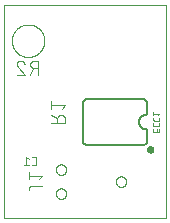
<source format=gbo>
G04 EAGLE Gerber RS-274X export*
G75*
%MOMM*%
%FSLAX34Y34*%
%LPD*%
%INBottom silk*%
%IPPOS*%
%AMOC8*
5,1,8,0,0,1.08239X$1,22.5*%
G01*
%ADD10C,0.000000*%
%ADD11C,0.076200*%
%ADD12C,0.203200*%
%ADD13C,0.101600*%

G36*
X140090Y69600D02*
X140090Y69600D01*
X140092Y69602D01*
X140093Y69601D01*
X140764Y69836D01*
X140765Y69837D01*
X140766Y69837D01*
X141368Y70215D01*
X141369Y70217D01*
X141371Y70217D01*
X141873Y70719D01*
X141873Y70721D01*
X141875Y70722D01*
X142253Y71324D01*
X142253Y71325D01*
X142254Y71326D01*
X142489Y71997D01*
X142489Y71999D01*
X142490Y72000D01*
X142524Y72300D01*
X142524Y72301D01*
X142525Y72312D01*
X142561Y72635D01*
X142563Y72647D01*
X142569Y72706D01*
X142569Y72707D01*
X142568Y72708D01*
X142569Y72709D01*
X142490Y73415D01*
X142488Y73417D01*
X142489Y73418D01*
X142254Y74089D01*
X142253Y74090D01*
X142253Y74091D01*
X141875Y74693D01*
X141873Y74694D01*
X141873Y74696D01*
X141371Y75198D01*
X141369Y75198D01*
X141368Y75200D01*
X140766Y75578D01*
X140765Y75578D01*
X140764Y75579D01*
X140093Y75814D01*
X140091Y75814D01*
X140090Y75815D01*
X139384Y75894D01*
X139382Y75893D01*
X139381Y75894D01*
X138675Y75815D01*
X138673Y75813D01*
X138672Y75814D01*
X138001Y75579D01*
X138000Y75578D01*
X137999Y75578D01*
X137397Y75200D01*
X137396Y75198D01*
X137394Y75198D01*
X136892Y74696D01*
X136892Y74694D01*
X136890Y74693D01*
X136512Y74091D01*
X136512Y74090D01*
X136511Y74089D01*
X136276Y73418D01*
X136277Y73416D01*
X136275Y73415D01*
X136262Y73294D01*
X136260Y73282D01*
X136224Y72960D01*
X136223Y72948D01*
X136196Y72709D01*
X136197Y72707D01*
X136196Y72706D01*
X136275Y72000D01*
X136277Y71998D01*
X136276Y71997D01*
X136511Y71326D01*
X136512Y71325D01*
X136512Y71324D01*
X136890Y70722D01*
X136892Y70721D01*
X136892Y70719D01*
X137394Y70217D01*
X137396Y70217D01*
X137397Y70215D01*
X137999Y69837D01*
X138000Y69837D01*
X138001Y69836D01*
X138672Y69601D01*
X138674Y69602D01*
X138675Y69600D01*
X139381Y69521D01*
X139383Y69522D01*
X139384Y69521D01*
X140090Y69600D01*
G37*
D10*
X15240Y15240D02*
X152400Y15240D01*
X152400Y195580D01*
X15240Y195580D01*
X15240Y15240D01*
X21850Y165000D02*
X21854Y165337D01*
X21867Y165675D01*
X21887Y166012D01*
X21916Y166348D01*
X21953Y166683D01*
X21999Y167018D01*
X22052Y167351D01*
X22114Y167682D01*
X22184Y168013D01*
X22262Y168341D01*
X22348Y168667D01*
X22442Y168991D01*
X22544Y169313D01*
X22654Y169632D01*
X22771Y169949D01*
X22897Y170262D01*
X23030Y170572D01*
X23170Y170879D01*
X23318Y171182D01*
X23474Y171482D01*
X23636Y171777D01*
X23806Y172069D01*
X23983Y172356D01*
X24167Y172639D01*
X24358Y172917D01*
X24556Y173191D01*
X24760Y173459D01*
X24971Y173723D01*
X25188Y173981D01*
X25412Y174234D01*
X25642Y174481D01*
X25877Y174723D01*
X26119Y174958D01*
X26366Y175188D01*
X26619Y175412D01*
X26877Y175629D01*
X27141Y175840D01*
X27409Y176044D01*
X27683Y176242D01*
X27961Y176433D01*
X28244Y176617D01*
X28531Y176794D01*
X28823Y176964D01*
X29118Y177126D01*
X29418Y177282D01*
X29721Y177430D01*
X30028Y177570D01*
X30338Y177703D01*
X30651Y177829D01*
X30968Y177946D01*
X31287Y178056D01*
X31609Y178158D01*
X31933Y178252D01*
X32259Y178338D01*
X32587Y178416D01*
X32918Y178486D01*
X33249Y178548D01*
X33582Y178601D01*
X33917Y178647D01*
X34252Y178684D01*
X34588Y178713D01*
X34925Y178733D01*
X35263Y178746D01*
X35600Y178750D01*
X35937Y178746D01*
X36275Y178733D01*
X36612Y178713D01*
X36948Y178684D01*
X37283Y178647D01*
X37618Y178601D01*
X37951Y178548D01*
X38282Y178486D01*
X38613Y178416D01*
X38941Y178338D01*
X39267Y178252D01*
X39591Y178158D01*
X39913Y178056D01*
X40232Y177946D01*
X40549Y177829D01*
X40862Y177703D01*
X41172Y177570D01*
X41479Y177430D01*
X41782Y177282D01*
X42082Y177126D01*
X42377Y176964D01*
X42669Y176794D01*
X42956Y176617D01*
X43239Y176433D01*
X43517Y176242D01*
X43791Y176044D01*
X44059Y175840D01*
X44323Y175629D01*
X44581Y175412D01*
X44834Y175188D01*
X45081Y174958D01*
X45323Y174723D01*
X45558Y174481D01*
X45788Y174234D01*
X46012Y173981D01*
X46229Y173723D01*
X46440Y173459D01*
X46644Y173191D01*
X46842Y172917D01*
X47033Y172639D01*
X47217Y172356D01*
X47394Y172069D01*
X47564Y171777D01*
X47726Y171482D01*
X47882Y171182D01*
X48030Y170879D01*
X48170Y170572D01*
X48303Y170262D01*
X48429Y169949D01*
X48546Y169632D01*
X48656Y169313D01*
X48758Y168991D01*
X48852Y168667D01*
X48938Y168341D01*
X49016Y168013D01*
X49086Y167682D01*
X49148Y167351D01*
X49201Y167018D01*
X49247Y166683D01*
X49284Y166348D01*
X49313Y166012D01*
X49333Y165675D01*
X49346Y165337D01*
X49350Y165000D01*
X49346Y164663D01*
X49333Y164325D01*
X49313Y163988D01*
X49284Y163652D01*
X49247Y163317D01*
X49201Y162982D01*
X49148Y162649D01*
X49086Y162318D01*
X49016Y161987D01*
X48938Y161659D01*
X48852Y161333D01*
X48758Y161009D01*
X48656Y160687D01*
X48546Y160368D01*
X48429Y160051D01*
X48303Y159738D01*
X48170Y159428D01*
X48030Y159121D01*
X47882Y158818D01*
X47726Y158518D01*
X47564Y158223D01*
X47394Y157931D01*
X47217Y157644D01*
X47033Y157361D01*
X46842Y157083D01*
X46644Y156809D01*
X46440Y156541D01*
X46229Y156277D01*
X46012Y156019D01*
X45788Y155766D01*
X45558Y155519D01*
X45323Y155277D01*
X45081Y155042D01*
X44834Y154812D01*
X44581Y154588D01*
X44323Y154371D01*
X44059Y154160D01*
X43791Y153956D01*
X43517Y153758D01*
X43239Y153567D01*
X42956Y153383D01*
X42669Y153206D01*
X42377Y153036D01*
X42082Y152874D01*
X41782Y152718D01*
X41479Y152570D01*
X41172Y152430D01*
X40862Y152297D01*
X40549Y152171D01*
X40232Y152054D01*
X39913Y151944D01*
X39591Y151842D01*
X39267Y151748D01*
X38941Y151662D01*
X38613Y151584D01*
X38282Y151514D01*
X37951Y151452D01*
X37618Y151399D01*
X37283Y151353D01*
X36948Y151316D01*
X36612Y151287D01*
X36275Y151267D01*
X35937Y151254D01*
X35600Y151250D01*
X35263Y151254D01*
X34925Y151267D01*
X34588Y151287D01*
X34252Y151316D01*
X33917Y151353D01*
X33582Y151399D01*
X33249Y151452D01*
X32918Y151514D01*
X32587Y151584D01*
X32259Y151662D01*
X31933Y151748D01*
X31609Y151842D01*
X31287Y151944D01*
X30968Y152054D01*
X30651Y152171D01*
X30338Y152297D01*
X30028Y152430D01*
X29721Y152570D01*
X29418Y152718D01*
X29118Y152874D01*
X28823Y153036D01*
X28531Y153206D01*
X28244Y153383D01*
X27961Y153567D01*
X27683Y153758D01*
X27409Y153956D01*
X27141Y154160D01*
X26877Y154371D01*
X26619Y154588D01*
X26366Y154812D01*
X26119Y155042D01*
X25877Y155277D01*
X25642Y155519D01*
X25412Y155766D01*
X25188Y156019D01*
X24971Y156277D01*
X24760Y156541D01*
X24556Y156809D01*
X24358Y157083D01*
X24167Y157361D01*
X23983Y157644D01*
X23806Y157931D01*
X23636Y158223D01*
X23474Y158518D01*
X23318Y158818D01*
X23170Y159121D01*
X23030Y159428D01*
X22897Y159738D01*
X22771Y160051D01*
X22654Y160368D01*
X22544Y160687D01*
X22442Y161009D01*
X22348Y161333D01*
X22262Y161659D01*
X22184Y161987D01*
X22114Y162318D01*
X22052Y162649D01*
X21999Y162982D01*
X21953Y163317D01*
X21916Y163652D01*
X21887Y163988D01*
X21867Y164325D01*
X21854Y164663D01*
X21850Y165000D01*
D11*
X39069Y59563D02*
X40705Y59563D01*
X40783Y59565D01*
X40861Y59570D01*
X40938Y59580D01*
X41015Y59593D01*
X41091Y59609D01*
X41166Y59629D01*
X41240Y59653D01*
X41313Y59680D01*
X41385Y59711D01*
X41455Y59745D01*
X41524Y59782D01*
X41590Y59823D01*
X41655Y59867D01*
X41717Y59913D01*
X41777Y59963D01*
X41835Y60015D01*
X41890Y60070D01*
X41942Y60128D01*
X41992Y60188D01*
X42038Y60250D01*
X42082Y60315D01*
X42123Y60382D01*
X42160Y60450D01*
X42194Y60520D01*
X42225Y60592D01*
X42252Y60665D01*
X42276Y60739D01*
X42296Y60814D01*
X42312Y60890D01*
X42325Y60967D01*
X42335Y61044D01*
X42340Y61122D01*
X42342Y61200D01*
X42342Y65292D01*
X42340Y65370D01*
X42335Y65448D01*
X42325Y65525D01*
X42312Y65602D01*
X42296Y65678D01*
X42276Y65753D01*
X42252Y65827D01*
X42225Y65900D01*
X42194Y65972D01*
X42160Y66042D01*
X42123Y66111D01*
X42082Y66177D01*
X42038Y66242D01*
X41992Y66304D01*
X41942Y66364D01*
X41890Y66422D01*
X41835Y66477D01*
X41777Y66529D01*
X41717Y66579D01*
X41655Y66625D01*
X41590Y66669D01*
X41524Y66710D01*
X41455Y66747D01*
X41385Y66781D01*
X41313Y66812D01*
X41240Y66839D01*
X41166Y66863D01*
X41091Y66883D01*
X41015Y66899D01*
X40938Y66912D01*
X40861Y66922D01*
X40783Y66927D01*
X40705Y66929D01*
X39069Y66929D01*
X36223Y65292D02*
X34177Y66929D01*
X34177Y59563D01*
X36223Y59563D02*
X32131Y59563D01*
D12*
X85852Y115983D02*
X132588Y115983D01*
X82042Y80867D02*
X82026Y80754D01*
X82015Y80640D01*
X82008Y80526D01*
X82004Y80412D01*
X82005Y80297D01*
X82009Y80183D01*
X82017Y80069D01*
X82029Y79955D01*
X82045Y79842D01*
X82065Y79730D01*
X82089Y79618D01*
X82116Y79507D01*
X82148Y79397D01*
X82183Y79288D01*
X82221Y79180D01*
X82264Y79074D01*
X82310Y78970D01*
X82359Y78866D01*
X82412Y78765D01*
X82468Y78666D01*
X82528Y78568D01*
X82591Y78473D01*
X82658Y78380D01*
X82727Y78289D01*
X82799Y78201D01*
X82875Y78115D01*
X82953Y78031D01*
X83034Y77951D01*
X83118Y77873D01*
X83205Y77798D01*
X83294Y77727D01*
X83385Y77658D01*
X83479Y77592D01*
X83574Y77530D01*
X83672Y77471D01*
X83772Y77415D01*
X83874Y77363D01*
X83977Y77314D01*
X84082Y77269D01*
X84189Y77228D01*
X84297Y77190D01*
X84406Y77155D01*
X84516Y77125D01*
X84627Y77098D01*
X84739Y77076D01*
X84852Y77057D01*
X132588Y115983D02*
X132718Y115966D01*
X132847Y115945D01*
X132976Y115920D01*
X133104Y115892D01*
X133231Y115859D01*
X133357Y115823D01*
X133482Y115782D01*
X133605Y115738D01*
X133727Y115691D01*
X133848Y115639D01*
X133967Y115585D01*
X134084Y115526D01*
X134199Y115464D01*
X134313Y115399D01*
X134425Y115330D01*
X134534Y115257D01*
X134641Y115182D01*
X134746Y115103D01*
X134848Y115021D01*
X134948Y114936D01*
X135045Y114849D01*
X135140Y114758D01*
X135232Y114664D01*
X135321Y114568D01*
X135407Y114469D01*
X135489Y114368D01*
X135569Y114264D01*
X135646Y114157D01*
X135719Y114049D01*
X135789Y113938D01*
X135856Y113825D01*
X135919Y113710D01*
X135979Y113594D01*
X136035Y113475D01*
X136088Y113355D01*
X136137Y113234D01*
X136182Y113111D01*
X136224Y112986D01*
X136262Y112861D01*
X136295Y112734D01*
X136326Y112607D01*
X136352Y112478D01*
X136374Y112349D01*
X136393Y112219D01*
X136407Y112089D01*
X136418Y111958D01*
X136424Y111827D01*
X136427Y111696D01*
X136426Y111565D01*
X136420Y111434D01*
X136411Y111304D01*
X136398Y111173D01*
X85852Y115983D02*
X85730Y115981D01*
X85608Y115975D01*
X85486Y115965D01*
X85365Y115952D01*
X85244Y115934D01*
X85124Y115913D01*
X85004Y115888D01*
X84885Y115859D01*
X84768Y115826D01*
X84651Y115789D01*
X84536Y115749D01*
X84422Y115705D01*
X84310Y115657D01*
X84199Y115606D01*
X84090Y115551D01*
X83982Y115493D01*
X83877Y115431D01*
X83773Y115366D01*
X83672Y115298D01*
X83573Y115227D01*
X83476Y115152D01*
X83382Y115074D01*
X83290Y114994D01*
X83201Y114910D01*
X83115Y114824D01*
X83031Y114735D01*
X82951Y114643D01*
X82873Y114549D01*
X82798Y114452D01*
X82727Y114353D01*
X82659Y114252D01*
X82594Y114148D01*
X82532Y114043D01*
X82474Y113935D01*
X82419Y113826D01*
X82368Y113715D01*
X82320Y113603D01*
X82276Y113489D01*
X82236Y113374D01*
X82199Y113257D01*
X82166Y113140D01*
X82137Y113021D01*
X82112Y112901D01*
X82091Y112781D01*
X82073Y112660D01*
X82060Y112539D01*
X82050Y112417D01*
X82044Y112295D01*
X82042Y112173D01*
X132587Y77057D02*
X132701Y77042D01*
X132815Y77030D01*
X132929Y77023D01*
X133043Y77019D01*
X133157Y77020D01*
X133272Y77024D01*
X133386Y77032D01*
X133499Y77044D01*
X133612Y77060D01*
X133725Y77080D01*
X133837Y77104D01*
X133948Y77131D01*
X134058Y77162D01*
X134167Y77197D01*
X134274Y77236D01*
X134381Y77278D01*
X134485Y77324D01*
X134588Y77374D01*
X134690Y77427D01*
X134789Y77483D01*
X134887Y77543D01*
X134982Y77606D01*
X135075Y77672D01*
X135166Y77742D01*
X135254Y77814D01*
X135340Y77890D01*
X135423Y77968D01*
X135504Y78049D01*
X135582Y78133D01*
X135656Y78219D01*
X135728Y78308D01*
X135797Y78400D01*
X135863Y78493D01*
X135925Y78589D01*
X135984Y78687D01*
X136040Y78787D01*
X136092Y78889D01*
X136140Y78992D01*
X136186Y79097D01*
X136227Y79204D01*
X136265Y79312D01*
X136299Y79421D01*
X136329Y79531D01*
X136356Y79642D01*
X136379Y79754D01*
X136398Y79867D01*
X132588Y77057D02*
X84852Y77057D01*
X82042Y80867D02*
X82042Y112173D01*
X135890Y102616D02*
X135732Y102614D01*
X135573Y102608D01*
X135415Y102598D01*
X135258Y102584D01*
X135100Y102567D01*
X134944Y102545D01*
X134787Y102520D01*
X134632Y102490D01*
X134477Y102457D01*
X134323Y102420D01*
X134170Y102379D01*
X134018Y102334D01*
X133868Y102285D01*
X133718Y102233D01*
X133570Y102177D01*
X133423Y102117D01*
X133278Y102054D01*
X133135Y101987D01*
X132993Y101917D01*
X132853Y101843D01*
X132715Y101765D01*
X132579Y101684D01*
X132445Y101600D01*
X132313Y101513D01*
X132183Y101422D01*
X132056Y101328D01*
X131931Y101231D01*
X131808Y101130D01*
X131688Y101027D01*
X131571Y100921D01*
X131456Y100812D01*
X131344Y100700D01*
X131235Y100585D01*
X131129Y100468D01*
X131026Y100348D01*
X130925Y100225D01*
X130828Y100100D01*
X130734Y99973D01*
X130643Y99843D01*
X130556Y99711D01*
X130472Y99577D01*
X130391Y99441D01*
X130313Y99303D01*
X130239Y99163D01*
X130169Y99021D01*
X130102Y98878D01*
X130039Y98733D01*
X129979Y98586D01*
X129923Y98438D01*
X129871Y98288D01*
X129822Y98138D01*
X129777Y97986D01*
X129736Y97833D01*
X129699Y97679D01*
X129666Y97524D01*
X129636Y97369D01*
X129611Y97212D01*
X129589Y97056D01*
X129572Y96898D01*
X129558Y96741D01*
X129548Y96583D01*
X129542Y96424D01*
X129540Y96266D01*
X129542Y96108D01*
X129548Y95949D01*
X129558Y95791D01*
X129572Y95634D01*
X129589Y95476D01*
X129611Y95320D01*
X129636Y95163D01*
X129666Y95008D01*
X129699Y94853D01*
X129736Y94699D01*
X129777Y94546D01*
X129822Y94394D01*
X129871Y94244D01*
X129923Y94094D01*
X129979Y93946D01*
X130039Y93799D01*
X130102Y93654D01*
X130169Y93511D01*
X130239Y93369D01*
X130313Y93229D01*
X130391Y93091D01*
X130472Y92955D01*
X130556Y92821D01*
X130643Y92689D01*
X130734Y92559D01*
X130828Y92432D01*
X130925Y92307D01*
X131026Y92184D01*
X131129Y92064D01*
X131235Y91947D01*
X131344Y91832D01*
X131456Y91720D01*
X131571Y91611D01*
X131688Y91505D01*
X131808Y91402D01*
X131931Y91301D01*
X132056Y91204D01*
X132183Y91110D01*
X132313Y91019D01*
X132445Y90932D01*
X132579Y90848D01*
X132715Y90767D01*
X132853Y90689D01*
X132993Y90615D01*
X133135Y90545D01*
X133278Y90478D01*
X133423Y90415D01*
X133570Y90355D01*
X133718Y90299D01*
X133868Y90247D01*
X134018Y90198D01*
X134170Y90153D01*
X134323Y90112D01*
X134477Y90075D01*
X134632Y90042D01*
X134787Y90012D01*
X134944Y89987D01*
X135100Y89965D01*
X135258Y89948D01*
X135415Y89934D01*
X135573Y89924D01*
X135732Y89918D01*
X135890Y89916D01*
X136398Y102616D02*
X136398Y111046D01*
X136398Y89916D02*
X136398Y79867D01*
D11*
X141351Y88187D02*
X141351Y90558D01*
X141351Y88187D02*
X146685Y88187D01*
X146685Y90558D01*
X144314Y89965D02*
X144314Y88187D01*
X141351Y93910D02*
X141351Y95096D01*
X141351Y93910D02*
X141353Y93844D01*
X141358Y93777D01*
X141368Y93712D01*
X141381Y93646D01*
X141397Y93582D01*
X141417Y93519D01*
X141441Y93457D01*
X141468Y93396D01*
X141499Y93337D01*
X141533Y93280D01*
X141570Y93224D01*
X141610Y93171D01*
X141652Y93120D01*
X141698Y93072D01*
X141746Y93026D01*
X141797Y92984D01*
X141850Y92944D01*
X141906Y92907D01*
X141963Y92873D01*
X142022Y92842D01*
X142083Y92815D01*
X142145Y92791D01*
X142208Y92771D01*
X142272Y92755D01*
X142338Y92742D01*
X142403Y92732D01*
X142470Y92727D01*
X142536Y92725D01*
X145500Y92725D01*
X145566Y92727D01*
X145633Y92732D01*
X145698Y92742D01*
X145764Y92755D01*
X145828Y92771D01*
X145891Y92791D01*
X145953Y92815D01*
X146014Y92842D01*
X146073Y92873D01*
X146130Y92907D01*
X146186Y92944D01*
X146239Y92984D01*
X146290Y93026D01*
X146338Y93072D01*
X146384Y93120D01*
X146426Y93171D01*
X146466Y93224D01*
X146503Y93280D01*
X146537Y93337D01*
X146568Y93396D01*
X146595Y93456D01*
X146618Y93519D01*
X146639Y93582D01*
X146655Y93646D01*
X146668Y93711D01*
X146678Y93777D01*
X146683Y93844D01*
X146685Y93910D01*
X146685Y95096D01*
X141351Y98482D02*
X141351Y99668D01*
X141351Y98482D02*
X141353Y98416D01*
X141358Y98349D01*
X141368Y98284D01*
X141381Y98218D01*
X141397Y98154D01*
X141417Y98091D01*
X141441Y98029D01*
X141468Y97968D01*
X141499Y97909D01*
X141533Y97852D01*
X141570Y97796D01*
X141610Y97743D01*
X141652Y97692D01*
X141698Y97644D01*
X141746Y97598D01*
X141797Y97556D01*
X141850Y97516D01*
X141906Y97479D01*
X141963Y97445D01*
X142022Y97414D01*
X142083Y97387D01*
X142145Y97363D01*
X142208Y97343D01*
X142272Y97327D01*
X142338Y97314D01*
X142403Y97304D01*
X142470Y97299D01*
X142536Y97297D01*
X145500Y97297D01*
X145566Y97299D01*
X145633Y97304D01*
X145698Y97314D01*
X145764Y97327D01*
X145828Y97343D01*
X145891Y97363D01*
X145953Y97387D01*
X146014Y97414D01*
X146073Y97445D01*
X146130Y97479D01*
X146186Y97516D01*
X146239Y97556D01*
X146290Y97598D01*
X146338Y97644D01*
X146384Y97692D01*
X146426Y97743D01*
X146466Y97796D01*
X146503Y97852D01*
X146537Y97909D01*
X146568Y97968D01*
X146595Y98028D01*
X146618Y98091D01*
X146639Y98154D01*
X146655Y98218D01*
X146668Y98283D01*
X146678Y98349D01*
X146683Y98416D01*
X146685Y98482D01*
X146685Y99668D01*
X145500Y101889D02*
X146685Y103371D01*
X141351Y103371D01*
X141351Y101889D02*
X141351Y104853D01*
D13*
X66802Y95758D02*
X55118Y95758D01*
X66802Y95758D02*
X66802Y99004D01*
X66800Y99117D01*
X66794Y99230D01*
X66784Y99343D01*
X66770Y99456D01*
X66753Y99568D01*
X66731Y99679D01*
X66706Y99789D01*
X66676Y99899D01*
X66643Y100007D01*
X66606Y100114D01*
X66566Y100220D01*
X66521Y100324D01*
X66473Y100427D01*
X66422Y100528D01*
X66367Y100627D01*
X66309Y100724D01*
X66247Y100819D01*
X66182Y100912D01*
X66114Y101002D01*
X66043Y101090D01*
X65968Y101176D01*
X65891Y101259D01*
X65811Y101339D01*
X65728Y101416D01*
X65642Y101491D01*
X65554Y101562D01*
X65464Y101630D01*
X65371Y101695D01*
X65276Y101757D01*
X65179Y101815D01*
X65080Y101870D01*
X64979Y101921D01*
X64876Y101969D01*
X64772Y102014D01*
X64666Y102054D01*
X64559Y102091D01*
X64451Y102124D01*
X64341Y102154D01*
X64231Y102179D01*
X64120Y102201D01*
X64008Y102218D01*
X63895Y102232D01*
X63782Y102242D01*
X63669Y102248D01*
X63556Y102250D01*
X63443Y102248D01*
X63330Y102242D01*
X63217Y102232D01*
X63104Y102218D01*
X62992Y102201D01*
X62881Y102179D01*
X62771Y102154D01*
X62661Y102124D01*
X62553Y102091D01*
X62446Y102054D01*
X62340Y102014D01*
X62236Y101969D01*
X62133Y101921D01*
X62032Y101870D01*
X61933Y101815D01*
X61836Y101757D01*
X61741Y101695D01*
X61648Y101630D01*
X61558Y101562D01*
X61470Y101491D01*
X61384Y101416D01*
X61301Y101339D01*
X61221Y101259D01*
X61144Y101176D01*
X61069Y101090D01*
X60998Y101002D01*
X60930Y100912D01*
X60865Y100819D01*
X60803Y100724D01*
X60745Y100627D01*
X60690Y100528D01*
X60639Y100427D01*
X60591Y100324D01*
X60546Y100220D01*
X60506Y100114D01*
X60469Y100007D01*
X60436Y99899D01*
X60406Y99789D01*
X60381Y99679D01*
X60359Y99568D01*
X60342Y99456D01*
X60328Y99343D01*
X60318Y99230D01*
X60312Y99117D01*
X60310Y99004D01*
X60311Y99004D02*
X60311Y95758D01*
X60311Y99653D02*
X55118Y102249D01*
X64206Y107114D02*
X66802Y110360D01*
X55118Y110360D01*
X55118Y113605D02*
X55118Y107114D01*
X43942Y136398D02*
X43942Y148082D01*
X40696Y148082D01*
X40583Y148080D01*
X40470Y148074D01*
X40357Y148064D01*
X40244Y148050D01*
X40132Y148033D01*
X40021Y148011D01*
X39911Y147986D01*
X39801Y147956D01*
X39693Y147923D01*
X39586Y147886D01*
X39480Y147846D01*
X39376Y147801D01*
X39273Y147753D01*
X39172Y147702D01*
X39073Y147647D01*
X38976Y147589D01*
X38881Y147527D01*
X38788Y147462D01*
X38698Y147394D01*
X38610Y147323D01*
X38524Y147248D01*
X38441Y147171D01*
X38361Y147091D01*
X38284Y147008D01*
X38209Y146922D01*
X38138Y146834D01*
X38070Y146744D01*
X38005Y146651D01*
X37943Y146556D01*
X37885Y146459D01*
X37830Y146360D01*
X37779Y146259D01*
X37731Y146156D01*
X37686Y146052D01*
X37646Y145946D01*
X37609Y145839D01*
X37576Y145731D01*
X37546Y145621D01*
X37521Y145511D01*
X37499Y145400D01*
X37482Y145288D01*
X37468Y145175D01*
X37458Y145062D01*
X37452Y144949D01*
X37450Y144836D01*
X37452Y144723D01*
X37458Y144610D01*
X37468Y144497D01*
X37482Y144384D01*
X37499Y144272D01*
X37521Y144161D01*
X37546Y144051D01*
X37576Y143941D01*
X37609Y143833D01*
X37646Y143726D01*
X37686Y143620D01*
X37731Y143516D01*
X37779Y143413D01*
X37830Y143312D01*
X37885Y143213D01*
X37943Y143116D01*
X38005Y143021D01*
X38070Y142928D01*
X38138Y142838D01*
X38209Y142750D01*
X38284Y142664D01*
X38361Y142581D01*
X38441Y142501D01*
X38524Y142424D01*
X38610Y142349D01*
X38698Y142278D01*
X38788Y142210D01*
X38881Y142145D01*
X38976Y142083D01*
X39073Y142025D01*
X39172Y141970D01*
X39273Y141919D01*
X39376Y141871D01*
X39480Y141826D01*
X39586Y141786D01*
X39693Y141749D01*
X39801Y141716D01*
X39911Y141686D01*
X40021Y141661D01*
X40132Y141639D01*
X40244Y141622D01*
X40357Y141608D01*
X40470Y141598D01*
X40583Y141592D01*
X40696Y141590D01*
X40696Y141591D02*
X43942Y141591D01*
X40047Y141591D02*
X37451Y136398D01*
X26095Y145161D02*
X26097Y145268D01*
X26103Y145374D01*
X26113Y145480D01*
X26126Y145586D01*
X26144Y145692D01*
X26165Y145796D01*
X26190Y145900D01*
X26219Y146003D01*
X26251Y146104D01*
X26288Y146204D01*
X26328Y146303D01*
X26371Y146401D01*
X26418Y146497D01*
X26469Y146591D01*
X26523Y146683D01*
X26580Y146773D01*
X26640Y146861D01*
X26704Y146946D01*
X26771Y147029D01*
X26841Y147110D01*
X26913Y147188D01*
X26989Y147264D01*
X27067Y147336D01*
X27148Y147406D01*
X27231Y147473D01*
X27316Y147537D01*
X27404Y147597D01*
X27494Y147654D01*
X27586Y147708D01*
X27680Y147759D01*
X27776Y147806D01*
X27874Y147849D01*
X27973Y147889D01*
X28073Y147926D01*
X28174Y147958D01*
X28277Y147987D01*
X28381Y148012D01*
X28485Y148033D01*
X28591Y148051D01*
X28697Y148064D01*
X28803Y148074D01*
X28909Y148080D01*
X29016Y148082D01*
X29137Y148080D01*
X29258Y148074D01*
X29378Y148064D01*
X29499Y148051D01*
X29618Y148033D01*
X29738Y148012D01*
X29856Y147987D01*
X29973Y147958D01*
X30090Y147925D01*
X30205Y147889D01*
X30319Y147848D01*
X30432Y147805D01*
X30544Y147757D01*
X30653Y147706D01*
X30761Y147651D01*
X30868Y147593D01*
X30972Y147532D01*
X31074Y147467D01*
X31174Y147399D01*
X31272Y147328D01*
X31368Y147254D01*
X31461Y147177D01*
X31551Y147096D01*
X31639Y147013D01*
X31724Y146927D01*
X31807Y146838D01*
X31886Y146747D01*
X31963Y146653D01*
X32036Y146557D01*
X32106Y146459D01*
X32173Y146358D01*
X32237Y146255D01*
X32298Y146150D01*
X32355Y146043D01*
X32408Y145935D01*
X32458Y145825D01*
X32504Y145713D01*
X32547Y145600D01*
X32586Y145485D01*
X27069Y142889D02*
X26990Y142967D01*
X26914Y143047D01*
X26841Y143130D01*
X26771Y143216D01*
X26704Y143303D01*
X26640Y143394D01*
X26580Y143486D01*
X26522Y143580D01*
X26468Y143677D01*
X26418Y143775D01*
X26371Y143875D01*
X26327Y143976D01*
X26287Y144079D01*
X26251Y144184D01*
X26219Y144289D01*
X26190Y144396D01*
X26165Y144503D01*
X26143Y144612D01*
X26126Y144721D01*
X26112Y144830D01*
X26103Y144940D01*
X26097Y145051D01*
X26095Y145161D01*
X27068Y142889D02*
X32586Y136398D01*
X26095Y136398D01*
D10*
X109855Y45720D02*
X109857Y45853D01*
X109863Y45986D01*
X109873Y46118D01*
X109887Y46251D01*
X109905Y46382D01*
X109926Y46514D01*
X109952Y46644D01*
X109982Y46774D01*
X110015Y46903D01*
X110052Y47030D01*
X110094Y47157D01*
X110138Y47282D01*
X110187Y47406D01*
X110239Y47528D01*
X110295Y47649D01*
X110355Y47768D01*
X110418Y47885D01*
X110484Y48000D01*
X110554Y48113D01*
X110627Y48224D01*
X110704Y48333D01*
X110784Y48439D01*
X110867Y48543D01*
X110953Y48645D01*
X111042Y48743D01*
X111133Y48839D01*
X111228Y48933D01*
X111326Y49023D01*
X111426Y49111D01*
X111529Y49195D01*
X111634Y49277D01*
X111741Y49355D01*
X111851Y49430D01*
X111963Y49501D01*
X112078Y49569D01*
X112194Y49634D01*
X112312Y49696D01*
X112432Y49753D01*
X112553Y49807D01*
X112676Y49858D01*
X112801Y49904D01*
X112926Y49947D01*
X113054Y49987D01*
X113182Y50022D01*
X113311Y50054D01*
X113441Y50081D01*
X113572Y50105D01*
X113703Y50125D01*
X113835Y50141D01*
X113968Y50153D01*
X114101Y50161D01*
X114234Y50165D01*
X114366Y50165D01*
X114499Y50161D01*
X114632Y50153D01*
X114765Y50141D01*
X114897Y50125D01*
X115028Y50105D01*
X115159Y50081D01*
X115289Y50054D01*
X115418Y50022D01*
X115546Y49987D01*
X115674Y49947D01*
X115799Y49904D01*
X115924Y49858D01*
X116047Y49807D01*
X116168Y49753D01*
X116288Y49696D01*
X116406Y49634D01*
X116523Y49569D01*
X116637Y49501D01*
X116749Y49430D01*
X116859Y49355D01*
X116966Y49277D01*
X117071Y49195D01*
X117174Y49111D01*
X117274Y49023D01*
X117372Y48933D01*
X117467Y48839D01*
X117558Y48743D01*
X117647Y48645D01*
X117733Y48543D01*
X117816Y48439D01*
X117896Y48333D01*
X117973Y48224D01*
X118046Y48113D01*
X118116Y48000D01*
X118182Y47885D01*
X118245Y47768D01*
X118305Y47649D01*
X118361Y47528D01*
X118413Y47406D01*
X118462Y47282D01*
X118506Y47157D01*
X118548Y47030D01*
X118585Y46903D01*
X118618Y46774D01*
X118648Y46644D01*
X118674Y46514D01*
X118695Y46382D01*
X118713Y46251D01*
X118727Y46118D01*
X118737Y45986D01*
X118743Y45853D01*
X118745Y45720D01*
X118743Y45587D01*
X118737Y45454D01*
X118727Y45322D01*
X118713Y45189D01*
X118695Y45058D01*
X118674Y44926D01*
X118648Y44796D01*
X118618Y44666D01*
X118585Y44537D01*
X118548Y44410D01*
X118506Y44283D01*
X118462Y44158D01*
X118413Y44034D01*
X118361Y43912D01*
X118305Y43791D01*
X118245Y43672D01*
X118182Y43555D01*
X118116Y43440D01*
X118046Y43327D01*
X117973Y43216D01*
X117896Y43107D01*
X117816Y43001D01*
X117733Y42897D01*
X117647Y42795D01*
X117558Y42697D01*
X117467Y42601D01*
X117372Y42507D01*
X117274Y42417D01*
X117174Y42329D01*
X117071Y42245D01*
X116966Y42163D01*
X116859Y42085D01*
X116749Y42010D01*
X116637Y41939D01*
X116522Y41871D01*
X116406Y41806D01*
X116288Y41744D01*
X116168Y41687D01*
X116047Y41633D01*
X115924Y41582D01*
X115799Y41536D01*
X115674Y41493D01*
X115546Y41453D01*
X115418Y41418D01*
X115289Y41386D01*
X115159Y41359D01*
X115028Y41335D01*
X114897Y41315D01*
X114765Y41299D01*
X114632Y41287D01*
X114499Y41279D01*
X114366Y41275D01*
X114234Y41275D01*
X114101Y41279D01*
X113968Y41287D01*
X113835Y41299D01*
X113703Y41315D01*
X113572Y41335D01*
X113441Y41359D01*
X113311Y41386D01*
X113182Y41418D01*
X113054Y41453D01*
X112926Y41493D01*
X112801Y41536D01*
X112676Y41582D01*
X112553Y41633D01*
X112432Y41687D01*
X112312Y41744D01*
X112194Y41806D01*
X112077Y41871D01*
X111963Y41939D01*
X111851Y42010D01*
X111741Y42085D01*
X111634Y42163D01*
X111529Y42245D01*
X111426Y42329D01*
X111326Y42417D01*
X111228Y42507D01*
X111133Y42601D01*
X111042Y42697D01*
X110953Y42795D01*
X110867Y42897D01*
X110784Y43001D01*
X110704Y43107D01*
X110627Y43216D01*
X110554Y43327D01*
X110484Y43440D01*
X110418Y43555D01*
X110355Y43672D01*
X110295Y43791D01*
X110239Y43912D01*
X110187Y44034D01*
X110138Y44158D01*
X110094Y44283D01*
X110052Y44410D01*
X110015Y44537D01*
X109982Y44666D01*
X109952Y44796D01*
X109926Y44926D01*
X109905Y45058D01*
X109887Y45189D01*
X109873Y45322D01*
X109863Y45454D01*
X109857Y45587D01*
X109855Y45720D01*
X59055Y35560D02*
X59057Y35693D01*
X59063Y35826D01*
X59073Y35958D01*
X59087Y36091D01*
X59105Y36222D01*
X59126Y36354D01*
X59152Y36484D01*
X59182Y36614D01*
X59215Y36743D01*
X59252Y36870D01*
X59294Y36997D01*
X59338Y37122D01*
X59387Y37246D01*
X59439Y37368D01*
X59495Y37489D01*
X59555Y37608D01*
X59618Y37725D01*
X59684Y37840D01*
X59754Y37953D01*
X59827Y38064D01*
X59904Y38173D01*
X59984Y38279D01*
X60067Y38383D01*
X60153Y38485D01*
X60242Y38583D01*
X60333Y38679D01*
X60428Y38773D01*
X60526Y38863D01*
X60626Y38951D01*
X60729Y39035D01*
X60834Y39117D01*
X60941Y39195D01*
X61051Y39270D01*
X61163Y39341D01*
X61278Y39409D01*
X61394Y39474D01*
X61512Y39536D01*
X61632Y39593D01*
X61753Y39647D01*
X61876Y39698D01*
X62001Y39744D01*
X62126Y39787D01*
X62254Y39827D01*
X62382Y39862D01*
X62511Y39894D01*
X62641Y39921D01*
X62772Y39945D01*
X62903Y39965D01*
X63035Y39981D01*
X63168Y39993D01*
X63301Y40001D01*
X63434Y40005D01*
X63566Y40005D01*
X63699Y40001D01*
X63832Y39993D01*
X63965Y39981D01*
X64097Y39965D01*
X64228Y39945D01*
X64359Y39921D01*
X64489Y39894D01*
X64618Y39862D01*
X64746Y39827D01*
X64874Y39787D01*
X64999Y39744D01*
X65124Y39698D01*
X65247Y39647D01*
X65368Y39593D01*
X65488Y39536D01*
X65606Y39474D01*
X65723Y39409D01*
X65837Y39341D01*
X65949Y39270D01*
X66059Y39195D01*
X66166Y39117D01*
X66271Y39035D01*
X66374Y38951D01*
X66474Y38863D01*
X66572Y38773D01*
X66667Y38679D01*
X66758Y38583D01*
X66847Y38485D01*
X66933Y38383D01*
X67016Y38279D01*
X67096Y38173D01*
X67173Y38064D01*
X67246Y37953D01*
X67316Y37840D01*
X67382Y37725D01*
X67445Y37608D01*
X67505Y37489D01*
X67561Y37368D01*
X67613Y37246D01*
X67662Y37122D01*
X67706Y36997D01*
X67748Y36870D01*
X67785Y36743D01*
X67818Y36614D01*
X67848Y36484D01*
X67874Y36354D01*
X67895Y36222D01*
X67913Y36091D01*
X67927Y35958D01*
X67937Y35826D01*
X67943Y35693D01*
X67945Y35560D01*
X67943Y35427D01*
X67937Y35294D01*
X67927Y35162D01*
X67913Y35029D01*
X67895Y34898D01*
X67874Y34766D01*
X67848Y34636D01*
X67818Y34506D01*
X67785Y34377D01*
X67748Y34250D01*
X67706Y34123D01*
X67662Y33998D01*
X67613Y33874D01*
X67561Y33752D01*
X67505Y33631D01*
X67445Y33512D01*
X67382Y33395D01*
X67316Y33280D01*
X67246Y33167D01*
X67173Y33056D01*
X67096Y32947D01*
X67016Y32841D01*
X66933Y32737D01*
X66847Y32635D01*
X66758Y32537D01*
X66667Y32441D01*
X66572Y32347D01*
X66474Y32257D01*
X66374Y32169D01*
X66271Y32085D01*
X66166Y32003D01*
X66059Y31925D01*
X65949Y31850D01*
X65837Y31779D01*
X65722Y31711D01*
X65606Y31646D01*
X65488Y31584D01*
X65368Y31527D01*
X65247Y31473D01*
X65124Y31422D01*
X64999Y31376D01*
X64874Y31333D01*
X64746Y31293D01*
X64618Y31258D01*
X64489Y31226D01*
X64359Y31199D01*
X64228Y31175D01*
X64097Y31155D01*
X63965Y31139D01*
X63832Y31127D01*
X63699Y31119D01*
X63566Y31115D01*
X63434Y31115D01*
X63301Y31119D01*
X63168Y31127D01*
X63035Y31139D01*
X62903Y31155D01*
X62772Y31175D01*
X62641Y31199D01*
X62511Y31226D01*
X62382Y31258D01*
X62254Y31293D01*
X62126Y31333D01*
X62001Y31376D01*
X61876Y31422D01*
X61753Y31473D01*
X61632Y31527D01*
X61512Y31584D01*
X61394Y31646D01*
X61277Y31711D01*
X61163Y31779D01*
X61051Y31850D01*
X60941Y31925D01*
X60834Y32003D01*
X60729Y32085D01*
X60626Y32169D01*
X60526Y32257D01*
X60428Y32347D01*
X60333Y32441D01*
X60242Y32537D01*
X60153Y32635D01*
X60067Y32737D01*
X59984Y32841D01*
X59904Y32947D01*
X59827Y33056D01*
X59754Y33167D01*
X59684Y33280D01*
X59618Y33395D01*
X59555Y33512D01*
X59495Y33631D01*
X59439Y33752D01*
X59387Y33874D01*
X59338Y33998D01*
X59294Y34123D01*
X59252Y34250D01*
X59215Y34377D01*
X59182Y34506D01*
X59152Y34636D01*
X59126Y34766D01*
X59105Y34898D01*
X59087Y35029D01*
X59073Y35162D01*
X59063Y35294D01*
X59057Y35427D01*
X59055Y35560D01*
X59055Y55880D02*
X59057Y56013D01*
X59063Y56146D01*
X59073Y56278D01*
X59087Y56411D01*
X59105Y56542D01*
X59126Y56674D01*
X59152Y56804D01*
X59182Y56934D01*
X59215Y57063D01*
X59252Y57190D01*
X59294Y57317D01*
X59338Y57442D01*
X59387Y57566D01*
X59439Y57688D01*
X59495Y57809D01*
X59555Y57928D01*
X59618Y58045D01*
X59684Y58160D01*
X59754Y58273D01*
X59827Y58384D01*
X59904Y58493D01*
X59984Y58599D01*
X60067Y58703D01*
X60153Y58805D01*
X60242Y58903D01*
X60333Y58999D01*
X60428Y59093D01*
X60526Y59183D01*
X60626Y59271D01*
X60729Y59355D01*
X60834Y59437D01*
X60941Y59515D01*
X61051Y59590D01*
X61163Y59661D01*
X61278Y59729D01*
X61394Y59794D01*
X61512Y59856D01*
X61632Y59913D01*
X61753Y59967D01*
X61876Y60018D01*
X62001Y60064D01*
X62126Y60107D01*
X62254Y60147D01*
X62382Y60182D01*
X62511Y60214D01*
X62641Y60241D01*
X62772Y60265D01*
X62903Y60285D01*
X63035Y60301D01*
X63168Y60313D01*
X63301Y60321D01*
X63434Y60325D01*
X63566Y60325D01*
X63699Y60321D01*
X63832Y60313D01*
X63965Y60301D01*
X64097Y60285D01*
X64228Y60265D01*
X64359Y60241D01*
X64489Y60214D01*
X64618Y60182D01*
X64746Y60147D01*
X64874Y60107D01*
X64999Y60064D01*
X65124Y60018D01*
X65247Y59967D01*
X65368Y59913D01*
X65488Y59856D01*
X65606Y59794D01*
X65723Y59729D01*
X65837Y59661D01*
X65949Y59590D01*
X66059Y59515D01*
X66166Y59437D01*
X66271Y59355D01*
X66374Y59271D01*
X66474Y59183D01*
X66572Y59093D01*
X66667Y58999D01*
X66758Y58903D01*
X66847Y58805D01*
X66933Y58703D01*
X67016Y58599D01*
X67096Y58493D01*
X67173Y58384D01*
X67246Y58273D01*
X67316Y58160D01*
X67382Y58045D01*
X67445Y57928D01*
X67505Y57809D01*
X67561Y57688D01*
X67613Y57566D01*
X67662Y57442D01*
X67706Y57317D01*
X67748Y57190D01*
X67785Y57063D01*
X67818Y56934D01*
X67848Y56804D01*
X67874Y56674D01*
X67895Y56542D01*
X67913Y56411D01*
X67927Y56278D01*
X67937Y56146D01*
X67943Y56013D01*
X67945Y55880D01*
X67943Y55747D01*
X67937Y55614D01*
X67927Y55482D01*
X67913Y55349D01*
X67895Y55218D01*
X67874Y55086D01*
X67848Y54956D01*
X67818Y54826D01*
X67785Y54697D01*
X67748Y54570D01*
X67706Y54443D01*
X67662Y54318D01*
X67613Y54194D01*
X67561Y54072D01*
X67505Y53951D01*
X67445Y53832D01*
X67382Y53715D01*
X67316Y53600D01*
X67246Y53487D01*
X67173Y53376D01*
X67096Y53267D01*
X67016Y53161D01*
X66933Y53057D01*
X66847Y52955D01*
X66758Y52857D01*
X66667Y52761D01*
X66572Y52667D01*
X66474Y52577D01*
X66374Y52489D01*
X66271Y52405D01*
X66166Y52323D01*
X66059Y52245D01*
X65949Y52170D01*
X65837Y52099D01*
X65722Y52031D01*
X65606Y51966D01*
X65488Y51904D01*
X65368Y51847D01*
X65247Y51793D01*
X65124Y51742D01*
X64999Y51696D01*
X64874Y51653D01*
X64746Y51613D01*
X64618Y51578D01*
X64489Y51546D01*
X64359Y51519D01*
X64228Y51495D01*
X64097Y51475D01*
X63965Y51459D01*
X63832Y51447D01*
X63699Y51439D01*
X63566Y51435D01*
X63434Y51435D01*
X63301Y51439D01*
X63168Y51447D01*
X63035Y51459D01*
X62903Y51475D01*
X62772Y51495D01*
X62641Y51519D01*
X62511Y51546D01*
X62382Y51578D01*
X62254Y51613D01*
X62126Y51653D01*
X62001Y51696D01*
X61876Y51742D01*
X61753Y51793D01*
X61632Y51847D01*
X61512Y51904D01*
X61394Y51966D01*
X61277Y52031D01*
X61163Y52099D01*
X61051Y52170D01*
X60941Y52245D01*
X60834Y52323D01*
X60729Y52405D01*
X60626Y52489D01*
X60526Y52577D01*
X60428Y52667D01*
X60333Y52761D01*
X60242Y52857D01*
X60153Y52955D01*
X60067Y53057D01*
X59984Y53161D01*
X59904Y53267D01*
X59827Y53376D01*
X59754Y53487D01*
X59684Y53600D01*
X59618Y53715D01*
X59555Y53832D01*
X59495Y53951D01*
X59439Y54072D01*
X59387Y54194D01*
X59338Y54318D01*
X59294Y54443D01*
X59252Y54570D01*
X59215Y54697D01*
X59182Y54826D01*
X59152Y54956D01*
X59126Y55086D01*
X59105Y55218D01*
X59087Y55349D01*
X59073Y55482D01*
X59063Y55614D01*
X59057Y55747D01*
X59055Y55880D01*
D13*
X47752Y42338D02*
X38664Y42338D01*
X38664Y42337D02*
X38565Y42335D01*
X38465Y42329D01*
X38366Y42320D01*
X38268Y42307D01*
X38170Y42290D01*
X38072Y42269D01*
X37976Y42244D01*
X37881Y42216D01*
X37787Y42184D01*
X37694Y42149D01*
X37602Y42110D01*
X37512Y42067D01*
X37424Y42022D01*
X37337Y41972D01*
X37253Y41920D01*
X37170Y41864D01*
X37090Y41806D01*
X37012Y41744D01*
X36937Y41679D01*
X36864Y41611D01*
X36794Y41541D01*
X36726Y41468D01*
X36661Y41393D01*
X36599Y41315D01*
X36541Y41235D01*
X36485Y41152D01*
X36433Y41068D01*
X36383Y40981D01*
X36338Y40893D01*
X36295Y40803D01*
X36256Y40711D01*
X36221Y40618D01*
X36189Y40524D01*
X36161Y40429D01*
X36136Y40333D01*
X36115Y40235D01*
X36098Y40137D01*
X36085Y40039D01*
X36076Y39940D01*
X36070Y39840D01*
X36068Y39741D01*
X36068Y38443D01*
X45156Y47611D02*
X47752Y50856D01*
X36068Y50856D01*
X36068Y47611D02*
X36068Y54102D01*
M02*

</source>
